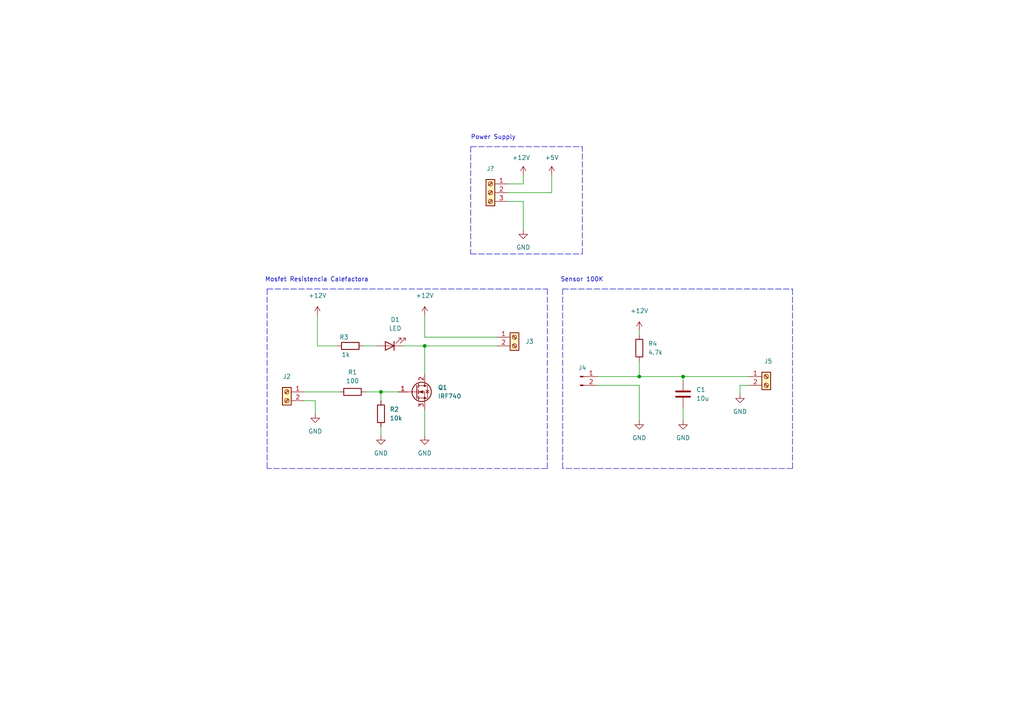
<source format=kicad_sch>
(kicad_sch (version 20211123) (generator eeschema)
  (paper "A4")
  (lib_symbols
    (symbol "Connector:Conn_01x02_Male" (pin_names (offset 1.016) hide)
      (property "Reference" "J" (at 0 2.54 0))
      (property "Value" "Conn_01x02_Male" (at 0 -5.08 0))
      (symbol "Conn_01x02_Male_1_1"
        (polyline (pts (xy 1.27 -2.54) (xy 0.8636 -2.54)) (stroke (width 0.1524)))
        (polyline (pts (xy 1.27 0) (xy 0.8636 0)) (stroke (width 0.1524)))
        (rectangle (start 0.8636 -2.413) (end 0 -2.667) (stroke (width 0.1524)) (fill (type outline)))
        (rectangle (start 0.8636 0.127) (end 0 -0.127) (stroke (width 0.1524)) (fill (type outline)))
        (pin passive line (at 5.08 0 180) (length 3.81) (name "Pin_1") (number "1"))
        (pin passive line (at 5.08 -2.54 180) (length 3.81) (name "Pin_2") (number "2"))
      )
    )
    (symbol "Connector:Screw_Terminal_01x02" (pin_names (offset 1.016) hide)
      (property "Reference" "J" (at 0 2.54 0))
      (property "Value" "Screw_Terminal_01x02" (at 0 -5.08 0))
      (symbol "Screw_Terminal_01x02_1_1"
        (rectangle (start -1.27 1.27) (end 1.27 -3.81) (stroke (width 0.254)) (fill (type background)))
        (circle (center 0 -2.54) (radius 0.635) (stroke (width 0.1524)))
        (polyline (pts (xy -0.5334 -2.2098) (xy 0.3302 -3.048)) (stroke (width 0.1524)))
        (polyline (pts (xy -0.5334 0.3302) (xy 0.3302 -0.508)) (stroke (width 0.1524)))
        (polyline (pts (xy -0.3556 -2.032) (xy 0.508 -2.8702)) (stroke (width 0.1524)))
        (polyline (pts (xy -0.3556 0.508) (xy 0.508 -0.3302)) (stroke (width 0.1524)))
        (circle (center 0 0) (radius 0.635) (stroke (width 0.1524)))
        (pin passive line (at -5.08 0 0) (length 3.81) (name "Pin_1") (number "1"))
        (pin passive line (at -5.08 -2.54 0) (length 3.81) (name "Pin_2") (number "2"))
      )
    )
    (symbol "Connector:Screw_Terminal_01x03" (pin_names (offset 1.016) hide)
      (property "Reference" "J" (at 0 5.08 0))
      (property "Value" "Screw_Terminal_01x03" (at 0 -5.08 0))
      (symbol "Screw_Terminal_01x03_1_1"
        (rectangle (start -1.27 3.81) (end 1.27 -3.81) (stroke (width 0.254)) (fill (type background)))
        (circle (center 0 -2.54) (radius 0.635) (stroke (width 0.1524)))
        (polyline (pts (xy -0.5334 -2.2098) (xy 0.3302 -3.048)) (stroke (width 0.1524)))
        (polyline (pts (xy -0.5334 0.3302) (xy 0.3302 -0.508)) (stroke (width 0.1524)))
        (polyline (pts (xy -0.5334 2.8702) (xy 0.3302 2.032)) (stroke (width 0.1524)))
        (polyline (pts (xy -0.3556 -2.032) (xy 0.508 -2.8702)) (stroke (width 0.1524)))
        (polyline (pts (xy -0.3556 0.508) (xy 0.508 -0.3302)) (stroke (width 0.1524)))
        (polyline (pts (xy -0.3556 3.048) (xy 0.508 2.2098)) (stroke (width 0.1524)))
        (circle (center 0 0) (radius 0.635) (stroke (width 0.1524)))
        (circle (center 0 2.54) (radius 0.635) (stroke (width 0.1524)))
        (pin passive line (at -5.08 2.54 0) (length 3.81) (name "Pin_1") (number "1"))
        (pin passive line (at -5.08 0 0) (length 3.81) (name "Pin_2") (number "2"))
        (pin passive line (at -5.08 -2.54 0) (length 3.81) (name "Pin_3") (number "3"))
      )
    )
    (symbol "Device:C" (pin_numbers hide) (pin_names (offset 0.254))
      (property "Reference" "C" (at 0.635 2.54 0))
      (property "Value" "C" (at 0.635 -2.54 0))
      (symbol "C_0_1"
        (polyline (pts (xy -2.032 -0.762) (xy 2.032 -0.762)) (stroke (width 0.508)))
        (polyline (pts (xy -2.032 0.762) (xy 2.032 0.762)) (stroke (width 0.508)))
      )
      (symbol "C_1_1"
        (pin passive line (at 0 3.81 270) (length 2.794) (name "~") (number "1"))
        (pin passive line (at 0 -3.81 90) (length 2.794) (name "~") (number "2"))
      )
    )
    (symbol "Device:LED" (pin_numbers hide) (pin_names (offset 1.016) hide)
      (property "Reference" "D" (at 0 2.54 0))
      (property "Value" "LED" (at 0 -2.54 0))
      (symbol "LED_0_1"
        (polyline (pts (xy -1.27 -1.27) (xy -1.27 1.27)) (stroke (width 0.254)))
        (polyline (pts (xy -1.27 0) (xy 1.27 0)))
        (polyline (pts (xy 1.27 -1.27) (xy 1.27 1.27) (xy -1.27 0) (xy 1.27 -1.27)) (stroke (width 0.254)))
        (polyline (pts (xy -3.048 -0.762) (xy -4.572 -2.286) (xy -3.81 -2.286) (xy -4.572 -2.286) (xy -4.572 -1.524)))
        (polyline (pts (xy -1.778 -0.762) (xy -3.302 -2.286) (xy -2.54 -2.286) (xy -3.302 -2.286) (xy -3.302 -1.524)))
      )
      (symbol "LED_1_1"
        (pin passive line (at -3.81 0 0) (length 2.54) (name "K") (number "1"))
        (pin passive line (at 3.81 0 180) (length 2.54) (name "A") (number "2"))
      )
    )
    (symbol "Device:R" (pin_numbers hide) (pin_names (offset 0))
      (property "Reference" "R" (at 2.032 0 90))
      (property "Value" "R" (at 0 0 90))
      (symbol "R_0_1"
        (rectangle (start -1.016 -2.54) (end 1.016 2.54) (stroke (width 0.254)))
      )
      (symbol "R_1_1"
        (pin passive line (at 0 3.81 270) (length 1.27) (name "~") (number "1"))
        (pin passive line (at 0 -3.81 90) (length 1.27) (name "~") (number "2"))
      )
    )
    (symbol "Transistor_FET:IRF740" (pin_names hide)
      (property "Reference" "Q" (at 6.35 1.905 0))
      (property "Value" "IRF740" (at 6.35 0 0))
      (symbol "IRF740_0_1"
        (polyline (pts (xy 0.254 0) (xy -2.54 0)))
        (polyline (pts (xy 0.254 1.905) (xy 0.254 -1.905)) (stroke (width 0.254)))
        (polyline (pts (xy 0.762 -1.27) (xy 0.762 -2.286)) (stroke (width 0.254)))
        (polyline (pts (xy 0.762 0.508) (xy 0.762 -0.508)) (stroke (width 0.254)))
        (polyline (pts (xy 0.762 2.286) (xy 0.762 1.27)) (stroke (width 0.254)))
        (polyline (pts (xy 2.54 2.54) (xy 2.54 1.778)))
        (polyline (pts (xy 2.54 -2.54) (xy 2.54 0) (xy 0.762 0)))
        (polyline (pts (xy 0.762 -1.778) (xy 3.302 -1.778) (xy 3.302 1.778) (xy 0.762 1.778)))
        (polyline (pts (xy 1.016 0) (xy 2.032 0.381) (xy 2.032 -0.381) (xy 1.016 0)) (fill (type outline)))
        (polyline (pts (xy 2.794 0.508) (xy 2.921 0.381) (xy 3.683 0.381) (xy 3.81 0.254)))
        (polyline (pts (xy 3.302 0.381) (xy 2.921 -0.254) (xy 3.683 -0.254) (xy 3.302 0.381)))
        (circle (center 1.651 0) (radius 2.794) (stroke (width 0.254)))
        (circle (center 2.54 -1.778) (radius 0.254) (fill (type outline)))
        (circle (center 2.54 1.778) (radius 0.254) (fill (type outline)))
      )
      (symbol "IRF740_1_1"
        (pin input line (at -5.08 0 0) (length 2.54) (name "G") (number "1"))
        (pin passive line (at 2.54 5.08 270) (length 2.54) (name "D") (number "2"))
        (pin passive line (at 2.54 -5.08 90) (length 2.54) (name "S") (number "3"))
      )
    )
    (symbol "power:+12V" (power) (pin_names (offset 0))
      (property "Value" "+12V" (at 0 3.556 0))
      (symbol "+12V_0_1"
        (polyline (pts (xy -0.762 1.27) (xy 0 2.54)))
        (polyline (pts (xy 0 0) (xy 0 2.54)))
        (polyline (pts (xy 0 2.54) (xy 0.762 1.27)))
      )
      (symbol "+12V_1_1"
        (pin power_in line (at 0 0 90) (length 0) hide (name "+12V") (number "1"))
      )
    )
    (symbol "power:+5V" (power) (pin_names (offset 0))
      (property "Value" "+5V" (at 0 3.556 0))
      (symbol "+5V_0_1"
        (polyline (pts (xy -0.762 1.27) (xy 0 2.54)))
        (polyline (pts (xy 0 0) (xy 0 2.54)))
        (polyline (pts (xy 0 2.54) (xy 0.762 1.27)))
      )
      (symbol "+5V_1_1"
        (pin power_in line (at 0 0 90) (length 0) hide (name "+5V") (number "1"))
      )
    )
    (symbol "power:GND" (power) (pin_names (offset 0))
      (property "Value" "GND" (at 0 -3.81 0))
      (symbol "GND_0_1"
        (polyline (pts (xy 0 0) (xy 0 -1.27) (xy 1.27 -1.27) (xy 0 -2.54) (xy -1.27 -1.27) (xy 0 -1.27)))
      )
      (symbol "GND_1_1"
        (pin power_in line (at 0 0 270) (length 0) hide (name "GND") (number "1"))
      )
    )
  )
  (junction (at 110.49 113.665))
  (junction (at 185.42 109.22))
  (junction (at 198.12 109.22))
  (junction (at 123.19 100.33))
  (wire (pts (xy 110.49 113.665) (xy 110.49 116.205)))
  (polyline (pts (xy 136.525 42.545) (xy 136.525 73.66)))
  (wire (pts (xy 123.19 91.44) (xy 123.19 97.79)))
  (wire (pts (xy 92.075 91.44) (xy 92.075 100.33)))
  (wire (pts (xy 105.41 100.33) (xy 109.22 100.33)))
  (polyline (pts (xy 229.87 135.89) (xy 163.195 135.89)))
  (wire (pts (xy 185.42 111.76) (xy 173.355 111.76)))
  (wire (pts (xy 116.84 100.33) (xy 123.19 100.33)))
  (wire (pts (xy 214.63 111.76) (xy 217.17 111.76)))
  (wire (pts (xy 92.075 100.33) (xy 97.79 100.33)))
  (wire (pts (xy 198.12 109.22) (xy 217.17 109.22)))
  (wire (pts (xy 198.12 118.11) (xy 198.12 121.92)))
  (wire (pts (xy 106.045 113.665) (xy 110.49 113.665)))
  (wire (pts (xy 160.02 55.88) (xy 147.32 55.88)))
  (polyline (pts (xy 229.87 83.82) (xy 229.87 135.89)))
  (wire (pts (xy 144.145 97.79) (xy 123.19 97.79)))
  (wire (pts (xy 123.19 100.33) (xy 144.145 100.33)))
  (wire (pts (xy 185.42 104.775) (xy 185.42 109.22)))
  (polyline (pts (xy 136.525 73.66) (xy 168.91 73.66)))
  (wire (pts (xy 110.49 123.825) (xy 110.49 126.365)))
  (wire (pts (xy 88.265 113.665) (xy 98.425 113.665)))
  (polyline (pts (xy 77.47 83.82) (xy 77.47 135.89)))
  (polyline (pts (xy 168.91 73.66) (xy 168.91 42.545)))
  (wire (pts (xy 91.44 120.015) (xy 91.44 116.205)))
  (wire (pts (xy 160.02 50.8) (xy 160.02 55.88)))
  (wire (pts (xy 185.42 109.22) (xy 198.12 109.22)))
  (wire (pts (xy 214.63 114.3) (xy 214.63 111.76)))
  (polyline (pts (xy 158.75 83.82) (xy 158.75 135.89)))
  (polyline (pts (xy 163.195 83.82) (xy 163.195 135.89)))
  (wire (pts (xy 173.355 109.22) (xy 185.42 109.22)))
  (polyline (pts (xy 158.75 135.89) (xy 77.47 135.89)))
  (polyline (pts (xy 163.195 83.82) (xy 229.87 83.82)))
  (wire (pts (xy 198.12 110.49) (xy 198.12 109.22)))
  (wire (pts (xy 123.19 100.33) (xy 123.19 108.585)))
  (wire (pts (xy 147.32 58.42) (xy 151.765 58.42)))
  (wire (pts (xy 185.42 95.885) (xy 185.42 97.155)))
  (wire (pts (xy 110.49 113.665) (xy 115.57 113.665)))
  (polyline (pts (xy 136.525 42.545) (xy 168.91 42.545)))
  (wire (pts (xy 151.765 53.34) (xy 147.32 53.34)))
  (wire (pts (xy 185.42 121.92) (xy 185.42 111.76)))
  (wire (pts (xy 123.19 118.745) (xy 123.19 126.365)))
  (wire (pts (xy 91.44 116.205) (xy 88.265 116.205)))
  (polyline (pts (xy 77.47 83.82) (xy 158.75 83.82)))
  (wire (pts (xy 151.765 58.42) (xy 151.765 66.675)))
  (wire (pts (xy 151.765 50.8) (xy 151.765 53.34)))
  (text "Mosfet Resistencia Calefactora" (at 76.835 81.915 0) (effects (font (size 1.27 1.27)) (justify left bottom)))
  (text "Sensor 100K" (at 162.56 81.915 0) (effects (font (size 1.27 1.27)) (justify left bottom)))
  (text "Power Supply" (at 136.525 40.64 0) (effects (font (size 1.27 1.27)) (justify left bottom)))
  (symbol (lib_id "Connector:Screw_Terminal_01x03") (at 142.24 55.88 0) (mirror y) (unit 1)
    (property "Reference" "J?" (at 142.24 48.895 0))
    (property "Value" "Screw_Terminal_01x03" (effects hide))
  )
  (symbol (lib_id "power:+12V") (at 123.19 91.44 0) (unit 1)
    (property "Reference" "#PWR?" (effects hide))
    (property "Value" "+12V" (at 123.19 85.725 0))
  )
  (symbol (lib_id "power:GND") (at 214.63 114.3 0) (unit 1)
    (property "Reference" "#PWR?" (effects hide))
    (property "Value" "GND" (at 214.63 119.38 0))
  )
  (symbol (lib_id "Device:R") (at 101.6 100.33 270) (unit 1)
    (property "Reference" "R3" (at 98.425 97.79 90) (effects (justify left)))
    (property "Value" "1k" (at 99.06 102.87 90) (effects (justify left)))
  )
  (symbol (lib_id "Connector:Screw_Terminal_01x02") (at 149.225 97.79 0) (unit 1)
    (property "Reference" "J3" (at 152.4 99.0599 0) (effects (justify left)))
    (property "Value" "Screw_Terminal_01x02" (effects hide))
  )
  (symbol (lib_id "power:GND") (at 91.44 120.015 0) (unit 1)
    (property "Reference" "#PWR?" (effects hide))
    (property "Value" "GND" (at 91.44 125.095 0))
  )
  (symbol (lib_id "Device:R") (at 102.235 113.665 90) (unit 1)
    (property "Reference" "R1" (at 102.235 107.95 90))
    (property "Value" "100" (at 102.235 110.49 90))
  )
  (symbol (lib_id "power:GND") (at 110.49 126.365 0) (unit 1)
    (property "Reference" "#PWR?" (effects hide))
    (property "Value" "GND" (at 110.49 131.445 0))
  )
  (symbol (lib_id "Device:LED") (at 113.03 100.33 180) (unit 1)
    (property "Reference" "D1" (at 114.6175 92.71 0))
    (property "Value" "LED" (at 114.6175 95.25 0))
  )
  (symbol (lib_id "power:GND") (at 198.12 121.92 0) (unit 1)
    (property "Reference" "#PWR?" (effects hide))
    (property "Value" "GND" (at 198.12 127 0))
  )
  (symbol (lib_id "power:GND") (at 151.765 66.675 0) (unit 1)
    (property "Reference" "#PWR?" (effects hide))
    (property "Value" "GND" (at 151.765 71.755 0))
  )
  (symbol (lib_id "power:+12V") (at 151.765 50.8 0) (unit 1)
    (property "Reference" "#PWR?" (effects hide))
    (property "Value" "+12V" (at 151.13 45.72 0))
  )
  (symbol (lib_id "power:GND") (at 123.19 126.365 0) (unit 1)
    (property "Reference" "#PWR?" (effects hide))
    (property "Value" "GND" (at 123.19 131.445 0))
  )
  (symbol (lib_id "Connector:Screw_Terminal_01x02") (at 222.25 109.22 0) (unit 1)
    (property "Reference" "J5" (at 221.615 104.775 0) (effects (justify left)))
    (property "Value" "Screw_Terminal_01x02" (effects hide))
  )
  (symbol (lib_id "Transistor_FET:IRF740") (at 120.65 113.665 0) (unit 1)
    (property "Reference" "Q1" (at 127 112.3949 0) (effects (justify left)))
    (property "Value" "IRF740" (at 127 114.9349 0) (effects (justify left)))
    (property "Footprint" "Package_TO_SOT_THT:TO-220-3_Vertical" (effects hide))
    (property "Datasheet" "http://www.vishay.com/docs/91054/91054.pdf" (effects hide))
  )
  (symbol (lib_id "Connector:Screw_Terminal_01x02") (at 83.185 113.665 0) (mirror y) (unit 1)
    (property "Reference" "J2" (at 83.185 109.22 0))
    (property "Value" "Screw_Terminal_01x02" (effects hide))
  )
  (symbol (lib_id "power:+12V") (at 92.075 91.44 0) (unit 1)
    (property "Reference" "#PWR?" (effects hide))
    (property "Value" "+12V" (at 92.075 85.725 0))
  )
  (symbol (lib_id "Device:R") (at 185.42 100.965 0) (unit 1)
    (property "Reference" "R4" (at 187.96 99.6949 0) (effects (justify left)))
    (property "Value" "4.7k" (at 187.96 102.2349 0) (effects (justify left)))
  )
  (symbol (lib_id "Device:R") (at 110.49 120.015 180) (unit 1)
    (property "Reference" "R2" (at 113.03 118.7449 0) (effects (justify right)))
    (property "Value" "10k" (at 113.03 121.2849 0) (effects (justify right)))
  )
  (symbol (lib_id "Connector:Conn_01x02_Male") (at 168.275 109.22 0) (unit 1)
    (property "Reference" "J4" (at 168.91 106.68 0))
    (property "Value" "Conn_01x02_Male" (effects hide))
  )
  (symbol (lib_id "power:+12V") (at 185.42 95.885 0) (unit 1)
    (property "Reference" "#PWR?" (effects hide))
    (property "Value" "+12V" (at 185.42 90.17 0))
  )
  (symbol (lib_id "power:GND") (at 185.42 121.92 0) (unit 1)
    (property "Reference" "#PWR?" (effects hide))
    (property "Value" "GND" (at 185.42 127 0))
  )
  (symbol (lib_id "Device:C") (at 198.12 114.3 0) (unit 1)
    (property "Reference" "C1" (at 201.93 113.0299 0) (effects (justify left)))
    (property "Value" "10u" (at 201.93 115.5699 0) (effects (justify left)))
  )
  (symbol (lib_id "power:+5V") (at 160.02 50.8 0) (unit 1)
    (property "Reference" "#PWR?" (effects hide))
    (property "Value" "+5V" (at 160.02 45.72 0))
  )
)
</source>
